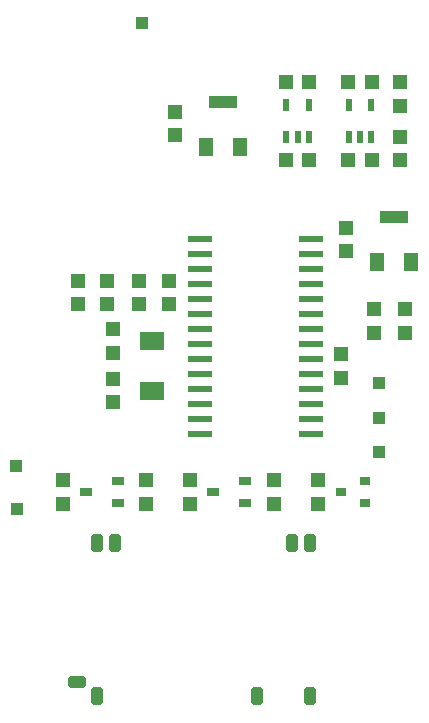
<source format=gtp>
%FSLAX44Y44*%
%MOMM*%
G71*
G01*
G75*
G04 Layer_Color=8421504*
%ADD10R,1.3000X1.2000*%
%ADD11R,1.0000X1.0000*%
%ADD12R,1.0000X0.8000*%
%ADD13R,2.0000X1.6000*%
%ADD14R,1.0000X1.0000*%
G04:AMPARAMS|DCode=15|XSize=1.5mm|YSize=1mm|CornerRadius=0.25mm|HoleSize=0mm|Usage=FLASHONLY|Rotation=270.000|XOffset=0mm|YOffset=0mm|HoleType=Round|Shape=RoundedRectangle|*
%AMROUNDEDRECTD15*
21,1,1.5000,0.5000,0,0,270.0*
21,1,1.0000,1.0000,0,0,270.0*
1,1,0.5000,-0.2500,-0.5000*
1,1,0.5000,-0.2500,0.5000*
1,1,0.5000,0.2500,0.5000*
1,1,0.5000,0.2500,-0.5000*
%
%ADD15ROUNDEDRECTD15*%
G04:AMPARAMS|DCode=16|XSize=1.5mm|YSize=1mm|CornerRadius=0.25mm|HoleSize=0mm|Usage=FLASHONLY|Rotation=180.000|XOffset=0mm|YOffset=0mm|HoleType=Round|Shape=RoundedRectangle|*
%AMROUNDEDRECTD16*
21,1,1.5000,0.5000,0,0,180.0*
21,1,1.0000,1.0000,0,0,180.0*
1,1,0.5000,-0.5000,0.2500*
1,1,0.5000,0.5000,0.2500*
1,1,0.5000,0.5000,-0.2500*
1,1,0.5000,-0.5000,-0.2500*
%
%ADD16ROUNDEDRECTD16*%
%ADD17R,2.0000X0.6000*%
%ADD18R,0.9000X0.8000*%
%ADD19R,1.3000X1.5000*%
%ADD20R,2.4000X1.1000*%
%ADD21R,1.2000X1.3000*%
%ADD22R,0.6000X1.0000*%
%ADD23C,0.2540*%
%ADD24C,1.7000*%
%ADD25R,1.7000X1.7000*%
%ADD26R,1.7000X1.7000*%
%ADD27C,3.5000*%
%ADD28C,0.8000*%
%ADD29C,0.2500*%
%ADD30C,0.6000*%
%ADD31C,0.1524*%
%ADD32C,0.2000*%
D10*
X1353000Y930000D02*
D03*
Y910000D02*
D03*
X1175000Y593000D02*
D03*
Y573000D02*
D03*
X1246000D02*
D03*
Y593000D02*
D03*
X1067000Y573000D02*
D03*
Y593000D02*
D03*
X1138000Y573000D02*
D03*
Y593000D02*
D03*
X1105000Y742000D02*
D03*
Y762000D02*
D03*
X1080000D02*
D03*
Y742000D02*
D03*
X1357000Y738000D02*
D03*
Y718000D02*
D03*
X1132000Y762000D02*
D03*
Y742000D02*
D03*
X1303000Y680000D02*
D03*
Y700000D02*
D03*
X1157000Y762000D02*
D03*
Y742000D02*
D03*
X1331000Y718000D02*
D03*
Y738000D02*
D03*
X1110000Y679000D02*
D03*
Y659000D02*
D03*
X1110000Y701000D02*
D03*
Y721000D02*
D03*
X1283000Y573000D02*
D03*
Y593000D02*
D03*
X1162000Y905000D02*
D03*
Y885000D02*
D03*
X1353000Y884000D02*
D03*
Y864000D02*
D03*
X1307000Y787000D02*
D03*
Y807000D02*
D03*
D11*
X1134000Y980000D02*
D03*
X1028000Y569000D02*
D03*
X1027650Y604690D02*
D03*
D12*
X1221500Y573500D02*
D03*
Y592500D02*
D03*
X1194500Y583000D02*
D03*
X1113500Y573500D02*
D03*
Y592500D02*
D03*
X1086500Y583000D02*
D03*
D13*
X1143000Y668500D02*
D03*
Y710750D02*
D03*
D14*
X1335000Y617000D02*
D03*
Y646000D02*
D03*
Y675000D02*
D03*
D15*
X1096500Y540000D02*
D03*
X1276500Y410000D02*
D03*
X1231500D02*
D03*
X1096500D02*
D03*
X1111500Y540000D02*
D03*
X1261500D02*
D03*
X1276500D02*
D03*
D16*
X1079000Y422500D02*
D03*
D17*
X1277000Y632450D02*
D03*
Y645150D02*
D03*
Y657850D02*
D03*
Y670550D02*
D03*
Y683250D02*
D03*
Y695950D02*
D03*
Y708650D02*
D03*
Y721350D02*
D03*
Y734050D02*
D03*
Y746750D02*
D03*
Y759450D02*
D03*
Y772150D02*
D03*
Y784850D02*
D03*
Y797550D02*
D03*
X1183000Y632450D02*
D03*
Y645150D02*
D03*
Y657850D02*
D03*
Y670550D02*
D03*
Y683250D02*
D03*
Y695950D02*
D03*
Y708650D02*
D03*
Y721350D02*
D03*
Y734050D02*
D03*
Y746750D02*
D03*
Y759450D02*
D03*
Y772150D02*
D03*
Y784850D02*
D03*
Y797550D02*
D03*
D18*
X1323000Y573500D02*
D03*
Y592500D02*
D03*
X1303000Y583000D02*
D03*
D19*
X1188000Y875000D02*
D03*
X1217000D02*
D03*
X1333000Y778000D02*
D03*
X1362000D02*
D03*
D20*
X1202500Y913250D02*
D03*
X1347500Y816250D02*
D03*
D21*
X1276000Y930000D02*
D03*
X1256000D02*
D03*
X1329000D02*
D03*
X1309000D02*
D03*
X1276000Y864000D02*
D03*
X1256000D02*
D03*
X1309000D02*
D03*
X1329000D02*
D03*
D22*
X1256500Y883250D02*
D03*
X1266000D02*
D03*
X1275500D02*
D03*
Y910750D02*
D03*
X1256500D02*
D03*
X1309500Y883250D02*
D03*
X1319000D02*
D03*
X1328500D02*
D03*
Y910750D02*
D03*
X1309500D02*
D03*
M02*

</source>
